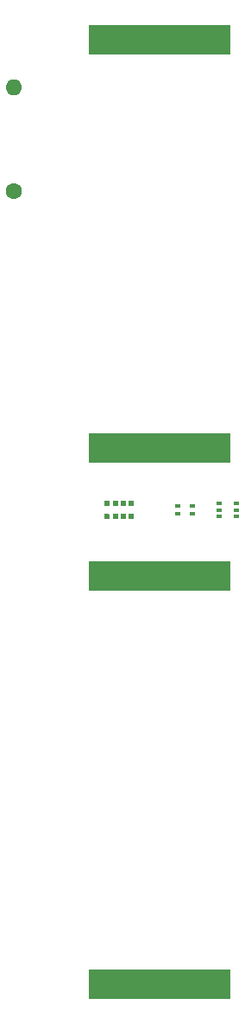
<source format=gbr>
%TF.GenerationSoftware,KiCad,Pcbnew,7.0.5*%
%TF.CreationDate,2023-06-06T16:58:07-04:00*%
%TF.ProjectId,SIDE,53494445-2e6b-4696-9361-645f70636258,rev?*%
%TF.SameCoordinates,Original*%
%TF.FileFunction,Soldermask,Top*%
%TF.FilePolarity,Negative*%
%FSLAX46Y46*%
G04 Gerber Fmt 4.6, Leading zero omitted, Abs format (unit mm)*
G04 Created by KiCad (PCBNEW 7.0.5) date 2023-06-06 16:58:07*
%MOMM*%
%LPD*%
G01*
G04 APERTURE LIST*
G04 Aperture macros list*
%AMOutline5P*
0 Free polygon, 5 corners , with rotation*
0 The origin of the aperture is its center*
0 number of corners: always 5*
0 $1 to $10 corner X, Y*
0 $11 Rotation angle, in degrees counterclockwise*
0 create outline with 5 corners*
4,1,5,$1,$2,$3,$4,$5,$6,$7,$8,$9,$10,$1,$2,$11*%
%AMOutline6P*
0 Free polygon, 6 corners , with rotation*
0 The origin of the aperture is its center*
0 number of corners: always 6*
0 $1 to $12 corner X, Y*
0 $13 Rotation angle, in degrees counterclockwise*
0 create outline with 6 corners*
4,1,6,$1,$2,$3,$4,$5,$6,$7,$8,$9,$10,$11,$12,$1,$2,$13*%
%AMOutline7P*
0 Free polygon, 7 corners , with rotation*
0 The origin of the aperture is its center*
0 number of corners: always 7*
0 $1 to $14 corner X, Y*
0 $15 Rotation angle, in degrees counterclockwise*
0 create outline with 7 corners*
4,1,7,$1,$2,$3,$4,$5,$6,$7,$8,$9,$10,$11,$12,$13,$14,$1,$2,$15*%
%AMOutline8P*
0 Free polygon, 8 corners , with rotation*
0 The origin of the aperture is its center*
0 number of corners: always 8*
0 $1 to $16 corner X, Y*
0 $17 Rotation angle, in degrees counterclockwise*
0 create outline with 8 corners*
4,1,8,$1,$2,$3,$4,$5,$6,$7,$8,$9,$10,$11,$12,$13,$14,$15,$16,$1,$2,$17*%
G04 Aperture macros list end*
%ADD10R,14.000000X3.000000*%
%ADD11Outline5P,-0.287500X0.244000X0.287500X0.244000X0.287500X-0.067100X0.110600X-0.244000X-0.287500X-0.244000X90.000000*%
%ADD12R,0.488000X0.575000*%
%ADD13R,0.500000X0.300000*%
%ADD14C,1.600000*%
%ADD15O,1.600000X1.600000*%
%ADD16R,0.550000X0.300000*%
G04 APERTURE END LIST*
D10*
%TO.C,SC2*%
X154220000Y-141958022D03*
X154220000Y-101958022D03*
%TD*%
D11*
%TO.C,U1*%
X149102500Y-96161022D03*
D12*
X149902500Y-96161022D03*
X150702500Y-96161022D03*
X151502500Y-96161022D03*
X151502500Y-94885022D03*
X150702500Y-94885022D03*
X149902500Y-94885022D03*
X149102500Y-94885022D03*
%TD*%
D10*
%TO.C,SC1*%
X154220000Y-49468022D03*
X154220000Y-89468022D03*
%TD*%
D13*
%TO.C,U3*%
X156060000Y-95123022D03*
X156060000Y-95923022D03*
X157460000Y-95923022D03*
X157460000Y-95123022D03*
%TD*%
D14*
%TO.C,R6*%
X139970000Y-64330000D03*
D15*
X139970000Y-54170000D03*
%TD*%
D16*
%TO.C,IC1*%
X160070000Y-94873022D03*
X160070000Y-95523022D03*
X160070000Y-96173022D03*
X161820000Y-96173022D03*
X161820000Y-95523022D03*
X161820000Y-94873022D03*
%TD*%
M02*

</source>
